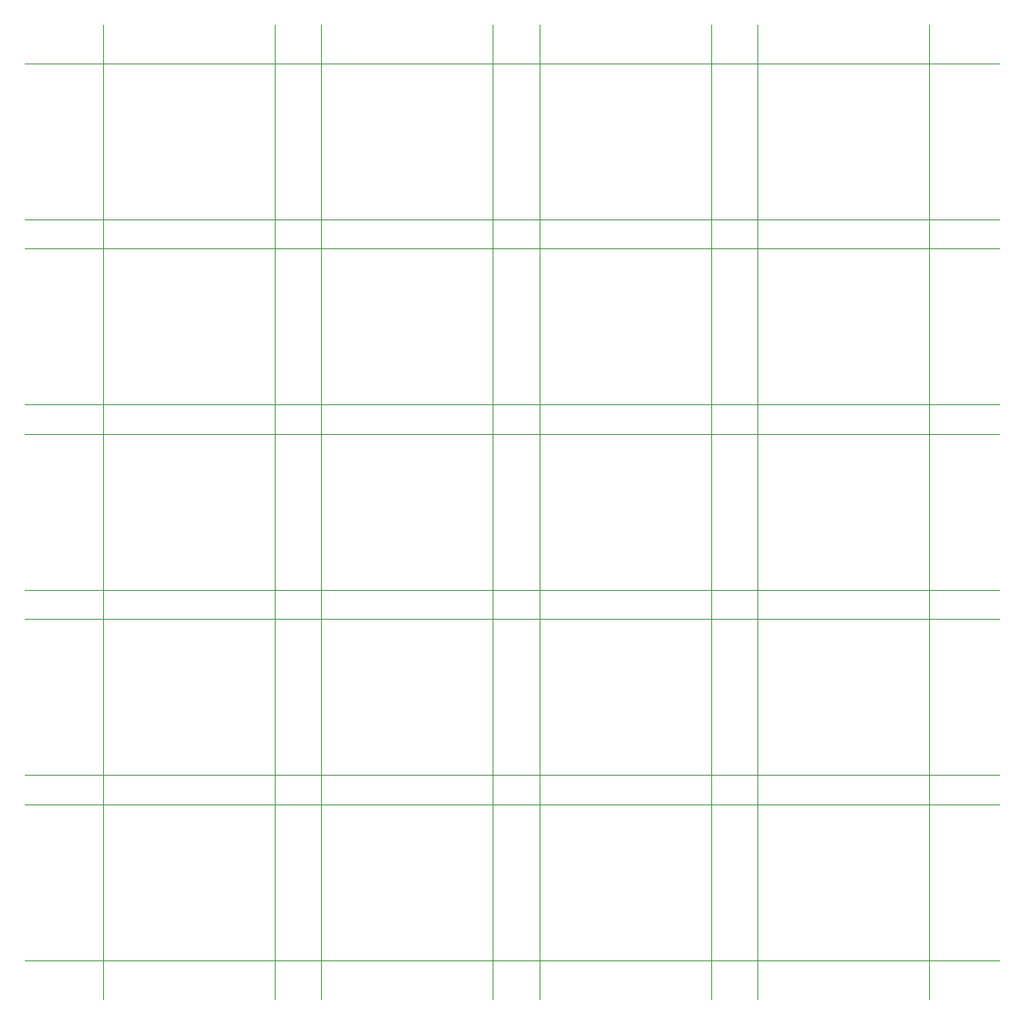
<source format=gbr>
%TF.GenerationSoftware,Altium Limited,Altium Designer,20.1.8 (145)*%
G04 Layer_Color=32896*
%FSLAX45Y45*%
%MOMM*%
%TF.SameCoordinates,31433496-A159-4958-A2C2-D52C18178038*%
%TF.FilePolarity,Positive*%
%TF.FileFunction,Other,V_Cut*%
%TF.Part,CustomerPanel*%
G01*
G75*
%TA.AperFunction,NonConductor*%
%ADD32C,0.10160*%
D32*
X0Y2000000D02*
X10000000D01*
X0Y400000D02*
X10000000D01*
X0Y3900000D02*
X10000000D01*
X0Y2300000D02*
X10000000D01*
X0Y5800000D02*
X10000000D01*
X0Y4200000D02*
X10000000D01*
X0Y7700000D02*
X10000000D01*
X0Y6100000D02*
X10000000D01*
X0Y8000000D02*
X10000000D01*
X0Y9600000D02*
X10000000D01*
X7520000Y0D02*
Y10000000D01*
X9280000Y0D02*
Y10000000D01*
X5280000Y0D02*
Y10000000D01*
X7040000Y0D02*
Y10000000D01*
X3040000Y0D02*
Y10000000D01*
X4800000Y0D02*
Y10000000D01*
X2560000Y0D02*
Y10000000D01*
X800000Y0D02*
Y10000000D01*
%TF.MD5,b50535c0d3e4207c8c715c4640dff2c6*%
M02*

</source>
